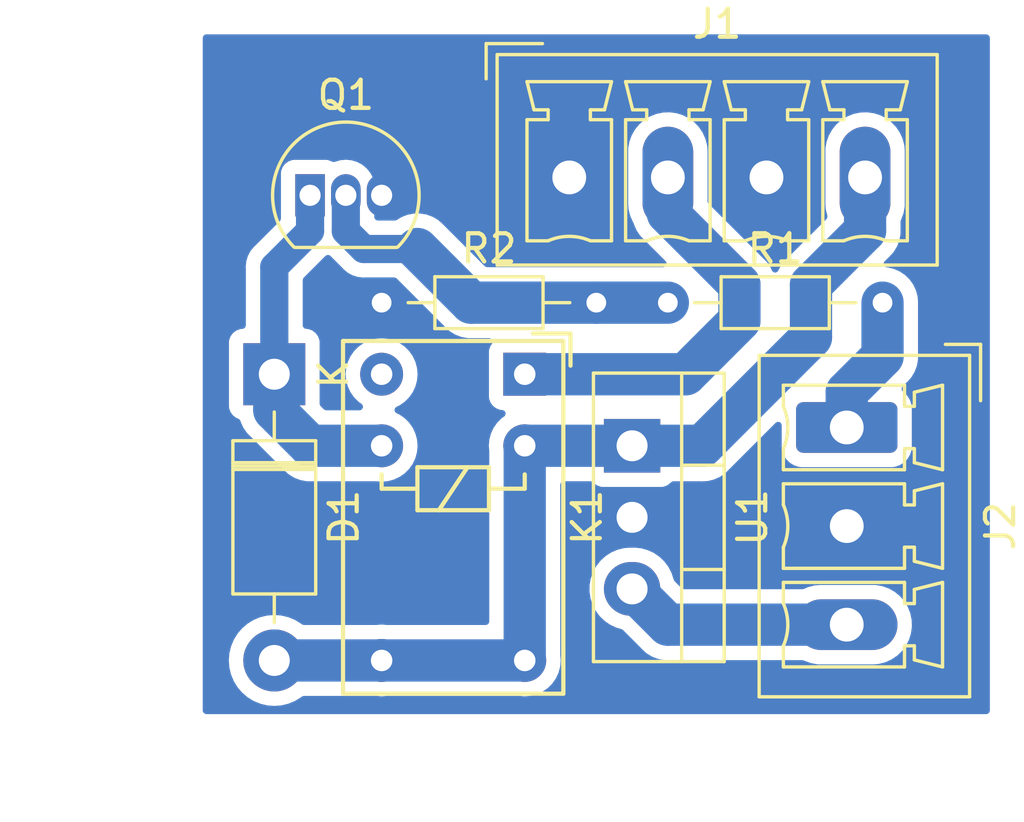
<source format=kicad_pcb>
(kicad_pcb (version 20211014) (generator pcbnew)
  (layers (0 "F.Cu" signal) (31 "B.Cu" signal) (34 "B.Paste" user) (35 "F.Paste" user) (36 "B.SilkS" user "B.Silkscreen") (37 "F.SilkS" user "F.Silkscreen") (38 "B.Mask" user) (39 "F.Mask" user) (44 "Edge.Cuts" user))
  (net 0 "")
  (net 1 "Net-(D1-Pad2)")
  (net 2 "GND")
  (net 3 "Net-(J2-Pad1)")
  (net 4 "Net-(J2-Pad3)")
  (net 6 "Net-(D1-Pad1)")
  (net 7 "Net-(Q1-Pad2)")
  (net 8 "Net-(K1-Pad1)")
  (footprint "Package_TO_SOT_THT:TO-220-3_Vertical" (layer "F.Cu") (at 144.78 68.58 -90)
    (fp_text reference "U1" (at 2.54 -4.27 90) (layer "F.SilkS"))
    (fp_text value "LM7805")
    (fp_line (start 4.391 -3.27) (end 4.391 -1.76) (layer "F.SilkS") (width 0.12))
    (fp_line (start -2.58 -3.27) (end 7.66 -3.27) (layer "F.SilkS") (width 0.12))
    (fp_line (start -2.58 -1.76) (end 7.66 -1.76) (layer "F.SilkS") (width 0.12))
    (fp_line (start 7.66 -3.27) (end 7.66 1.371) (layer "F.SilkS") (width 0.12))
    (fp_line (start -2.58 -3.27) (end -2.58 1.371) (layer "F.SilkS") (width 0.12))
    (fp_line (start -2.58 1.371) (end 7.66 1.371) (layer "F.SilkS") (width 0.12))
    (fp_line (start 0.69 -3.27) (end 0.69 -1.76) (layer "F.SilkS") (width 0.12))
    (pad "1" thru_hole rect locked (at 0 0 270) (size 1.905 2) (drill 1.1) (layers *.Cu *.Mask) (net 1 "Net-(D1-Pad2)"))
    (pad "2" thru_hole oval locked (at 2.54 0 270) (size 1.905 2) (drill 1.1) (layers *.Cu *.Mask) (net 2 "GND"))
    (pad "3" thru_hole oval locked (at 5.08 0 270) (size 1.905 2) (drill 1.1) (layers *.Cu *.Mask) (net 4 "Net-(J2-Pad3)"))
  )
  (footprint "Diode_THT:D_DO-41_SOD81_P10.16mm_Horizontal" (layer "F.Cu") (at 132.08 66.04 -90)
    (fp_text reference "D1" (at 5.08 -2.47 -90) (layer "F.SilkS"))
    (fp_text value "1N4007")
    (fp_text user "K" (at 0 -2.1 -90) (layer "F.SilkS"))
    (fp_line (start 8.82 0) (end 7.8 0) (layer "F.SilkS") (width 0.12))
    (fp_line (start 2.36 -1.47) (end 2.36 1.47) (layer "F.SilkS") (width 0.12))
    (fp_line (start 7.8 -1.47) (end 2.36 -1.47) (layer "F.SilkS") (width 0.12))
    (fp_line (start 3.26 -1.47) (end 3.26 1.47) (layer "F.SilkS") (width 0.12))
    (fp_line (start 2.36 1.47) (end 7.8 1.47) (layer "F.SilkS") (width 0.12))
    (fp_line (start 3.38 -1.47) (end 3.38 1.47) (layer "F.SilkS") (width 0.12))
    (fp_line (start 7.8 1.47) (end 7.8 -1.47) (layer "F.SilkS") (width 0.12))
    (fp_line (start 3.14 -1.47) (end 3.14 1.47) (layer "F.SilkS") (width 0.12))
    (fp_line (start 1.34 0) (end 2.36 0) (layer "F.SilkS") (width 0.12))
    (pad "1" thru_hole rect locked (at 0 0 270) (size 2.2 2.2) (drill 1.1) (layers *.Cu *.Mask) (net 6 "Net-(D1-Pad1)"))
    (pad "2" thru_hole oval locked (at 10.16 0 270) (size 2.2 2.2) (drill 1.1) (layers *.Cu *.Mask) (net 1 "Net-(D1-Pad2)"))
  )
  (footprint "Connector_Phoenix_MC:PhoenixContact_MCV_1,5_3-G-3.5_1x03_P3.50mm_Vertical" (layer "F.Cu") (at 152.4 67.93 -90)
    (fp_text reference "J2" (at 3.5 -5.45 90) (layer "F.SilkS"))
    (fp_text value "Conn_01x03_Male")
    (fp_line (start 1.5 -2.05) (end 1.5 2.25) (layer "F.SilkS") (width 0.12))
    (fp_line (start 8.5 -3.4) (end 8.25 -2.4) (layer "F.SilkS") (width 0.12))
    (fp_line (start 5.5 2.25) (end 5.5 -2.05) (layer "F.SilkS") (width 0.12))
    (fp_line (start 8.5 -2.05) (end 8.5 2.25) (layer "F.SilkS") (width 0.12))
    (fp_line (start 5.5 -2.05) (end 6.25 -2.05) (layer "F.SilkS") (width 0.12))
    (fp_line (start 2.75 2.25) (end 2 2.25) (layer "F.SilkS") (width 0.12))
    (fp_line (start 7.75 -2.05) (end 8.5 -2.05) (layer "F.SilkS") (width 0.12))
    (fp_line (start 5.5 -3.4) (end 8.5 -3.4) (layer "F.SilkS") (width 0.12))
    (fp_line (start 7.75 -2.4) (end 7.75 -2.05) (layer "F.SilkS") (width 0.12))
    (fp_line (start 2.75 -2.05) (end 2.75 -2.4) (layer "F.SilkS") (width 0.12))
    (fp_line (start 9.56 -4.36) (end -2.56 -4.36) (layer "F.SilkS") (width 0.12))
    (fp_line (start 8.5 2.25) (end 7.75 2.25) (layer "F.SilkS") (width 0.12))
    (fp_line (start 5 2.25) (end 4.25 2.25) (layer "F.SilkS") (width 0.12))
    (fp_line (start -0.75 -2.4) (end -1.25 -2.4) (layer "F.SilkS") (width 0.12))
    (fp_line (start 4.25 -2.4) (end 4.25 -2.05) (layer "F.SilkS") (width 0.12))
    (fp_line (start -1.5 2.25) (end -1.5 -2.05) (layer "F.SilkS") (width 0.12))
    (fp_line (start 4.25 -2.05) (end 5 -2.05) (layer "F.SilkS") (width 0.12))
    (fp_line (start 1.5 -3.4) (end 1.25 -2.4) (layer "F.SilkS") (width 0.12))
    (fp_line (start 6.25 2.25) (end 5.5 2.25) (layer "F.SilkS") (width 0.12))
    (fp_line (start 5.75 -2.4) (end 5.5 -3.4) (layer "F.SilkS") (width 0.12))
    (fp_line (start 2.75 -2.4) (end 2.25 -2.4) (layer "F.SilkS") (width 0.12))
    (fp_line (start 5 -2.05) (end 5 2.25) (layer "F.SilkS") (width 0.12))
    (fp_line (start 6.25 -2.05) (end 6.25 -2.4) (layer "F.SilkS") (width 0.12))
    (fp_line (start -2.95 -3.5) (end -2.95 -4.75) (layer "F.SilkS") (width 0.12))
    (fp_line (start 2.25 -2.4) (end 2 -3.4) (layer "F.SilkS") (width 0.12))
    (fp_line (start -0.75 2.25) (end -1.5 2.25) (layer "F.SilkS") (width 0.12))
    (fp_line (start 6.25 -2.4) (end 5.75 -2.4) (layer "F.SilkS") (width 0.12))
    (fp_line (start 9.56 3.11) (end 9.56 -4.36) (layer "F.SilkS") (width 0.12))
    (fp_line (start -0.75 -2.05) (end -0.75 -2.4) (layer "F.SilkS") (width 0.12))
    (fp_line (start -2.95 -4.75) (end -0.95 -4.75) (layer "F.SilkS") (width 0.12))
    (fp_line (start 0.75 -2.05) (end 1.5 -2.05) (layer "F.SilkS") (width 0.12))
    (fp_line (start 5 -3.4) (end 4.75 -2.4) (layer "F.SilkS") (width 0.12))
    (fp_line (start -2.56 -4.36) (end -2.56 3.11) (layer "F.SilkS") (width 0.12))
    (fp_line (start 2 2.25) (end 2 -2.05) (layer "F.SilkS") (width 0.12))
    (fp_line (start 4.75 -2.4) (end 4.25 -2.4) (layer "F.SilkS") (width 0.12))
    (fp_line (start -1.5 -3.4) (end 1.5 -3.4) (layer "F.SilkS") (width 0.12))
    (fp_line (start -1.25 -2.4) (end -1.5 -3.4) (layer "F.SilkS") (width 0.12))
    (fp_line (start -2.56 3.11) (end 9.56 3.11) (layer "F.SilkS") (width 0.12))
    (fp_line (start 1.25 -2.4) (end 0.75 -2.4) (layer "F.SilkS") (width 0.12))
    (fp_line (start 0.75 -2.4) (end 0.75 -2.05) (layer "F.SilkS") (width 0.12))
    (fp_line (start 1.5 2.25) (end 0.75 2.25) (layer "F.SilkS") (width 0.12))
    (fp_line (start 8.25 -2.4) (end 7.75 -2.4) (layer "F.SilkS") (width 0.12))
    (fp_line (start 2 -2.05) (end 2.75 -2.05) (layer "F.SilkS") (width 0.12))
    (fp_line (start 2 -3.4) (end 5 -3.4) (layer "F.SilkS") (width 0.12))
    (fp_line (start -1.5 -2.05) (end -0.75 -2.05) (layer "F.SilkS") (width 0.12))
    (fp_arc (start -0.75 2.25) (mid -0.000193 2.09191) (end 0.749647 2.249844) (layer "F.SilkS") (width 0.12))
    (fp_arc (start 2.75 2.25) (mid 3.499807 2.09191) (end 4.249647 2.249844) (layer "F.SilkS") (width 0.12))
    (fp_arc (start 6.25 2.25) (mid 6.999807 2.09191) (end 7.749647 2.249844) (layer "F.SilkS") (width 0.12))
    (pad "1" thru_hole roundrect locked (at 0 0 270) (size 1.8 3.6) (drill 1.2) (layers *.Cu *.Mask) (roundrect_rratio 0.1388888889) (net 3 "Net-(J2-Pad1)"))
    (pad "2" thru_hole oval locked (at 3.5 0 270) (size 1.8 3.6) (drill 1.2) (layers *.Cu *.Mask) (net 2 "GND"))
    (pad "3" thru_hole oval locked (at 7 0 270) (size 1.8 3.6) (drill 1.2) (layers *.Cu *.Mask) (net 4 "Net-(J2-Pad3)"))
  )
  (footprint "Resistor_THT:R_Axial_DIN0204_L3.6mm_D1.6mm_P7.62mm_Horizontal" (layer "F.Cu") (at 146.05 63.5)
    (fp_text reference "R1" (at 3.81 -1.92) (layer "F.SilkS"))
    (fp_text value "680")
    (fp_line (start 5.73 -0.92) (end 1.89 -0.92) (layer "F.SilkS") (width 0.12))
    (fp_line (start 1.89 0.92) (end 5.73 0.92) (layer "F.SilkS") (width 0.12))
    (fp_line (start 5.73 0.92) (end 5.73 -0.92) (layer "F.SilkS") (width 0.12))
    (fp_line (start 1.89 -0.92) (end 1.89 0.92) (layer "F.SilkS") (width 0.12))
    (fp_line (start 0.94 0) (end 1.89 0) (layer "F.SilkS") (width 0.12))
    (fp_line (start 6.68 0) (end 5.73 0) (layer "F.SilkS") (width 0.12))
    (pad "1" thru_hole circle locked (at 0 0) (size 1.4 1.4) (drill 0.7) (layers *.Cu *.Mask) (net 7 "Net-(Q1-Pad2)"))
    (pad "2" thru_hole oval locked (at 7.62 0) (size 1.4 1.4) (drill 0.7) (layers *.Cu *.Mask) (net 3 "Net-(J2-Pad1)"))
  )
  (footprint "Relay_THT:Relay_SPDT_HsinDa_Y14" (layer "F.Cu") (at 140.97 66.04 -90)
    (fp_text reference "K1" (at 5.08 -2.2098 90) (layer "F.SilkS"))
    (fp_text value "ST-12-K")
    (fp_line (start 3.302 2.032) (end 4.826 3.048) (layer "F.SilkS") (width 0.15))
    (fp_line (start 11.34 6.45) (end 11.34 -1.37) (layer "F.SilkS") (width 0.15))
    (fp_line (start 4.064 5.08) (end 3.556 5.08) (layer "F.SilkS") (width 0.15))
    (fp_line (start -0.3048 -1.6256) (end -1.4478 -1.6256) (layer "F.SilkS") (width 0.15))
    (fp_line (start -1.18 6.45) (end 11.34 6.45) (layer "F.SilkS") (width 0.15))
    (fp_line (start 3.556 0) (end 4.064 0) (layer "F.SilkS") (width 0.15))
    (fp_line (start 4.826 3.81) (end 3.302 3.81) (layer "F.SilkS") (width 0.15))
    (fp_line (start 3.302 1.27) (end 4.826 1.27) (layer "F.SilkS") (width 0.15))
    (fp_line (start 4.064 3.81) (end 4.064 5.08) (layer "F.SilkS") (width 0.15))
    (fp_line (start 4.064 0) (end 4.064 1.27) (layer "F.SilkS") (width 0.15))
    (fp_line (start -1.18 -1.37) (end -1.18 6.45) (layer "F.SilkS") (width 0.15))
    (fp_line (start 3.302 3.81) (end 3.302 1.27) (layer "F.SilkS") (width 0.15))
    (fp_line (start 11.34 -1.37) (end -1.18 -1.37) (layer "F.SilkS") (width 0.15))
    (fp_line (start -1.4478 -1.6256) (end -1.4478 -0.2921) (layer "F.SilkS") (width 0.15))
    (fp_line (start 4.826 1.27) (end 4.826 3.81) (layer "F.SilkS") (width 0.15))
    (pad "1" thru_hole rect locked (at 0 0 270) (size 1.524 1.524) (drill 0.762) (layers *.Cu *.Mask) (net 8 "Net-(K1-Pad1)"))
    (pad "2" thru_hole circle locked (at 0 5.08 270) (size 1.524 1.524) (drill 0.762) (layers *.Cu *.Mask))
    (pad "3" thru_hole circle locked (at 2.54 0 270) (size 1.524 1.524) (drill 0.762) (layers *.Cu *.Mask) (net 1 "Net-(D1-Pad2)"))
    (pad "4" thru_hole circle locked (at 2.54 5.08 270) (size 1.524 1.524) (drill 0.762) (layers *.Cu *.Mask) (net 6 "Net-(D1-Pad1)"))
    (pad "5" thru_hole circle locked (at 10.16 0 270) (size 1.524 1.524) (drill 0.762) (layers *.Cu *.Mask) (net 1 "Net-(D1-Pad2)"))
    (pad "6" thru_hole circle locked (at 10.16 5.08 270) (size 1.524 1.524) (drill 0.762) (layers *.Cu *.Mask) (net 1 "Net-(D1-Pad2)"))
  )
  (footprint "Connector_Phoenix_MC:PhoenixContact_MCV_1,5_4-G-3.5_1x04_P3.50mm_Vertical" (layer "F.Cu") (at 142.55 59.055)
    (fp_text reference "J1" (at 5.25 -5.45) (layer "F.SilkS"))
    (fp_text value "Conn_01x04_Male")
    (fp_line (start 12 -3.4) (end 11.75 -2.4) (layer "F.SilkS") (width 0.12))
    (fp_line (start 2 -2.05) (end 2.75 -2.05) (layer "F.SilkS") (width 0.12))
    (fp_line (start 8.5 2.25) (end 7.75 2.25) (layer "F.SilkS") (width 0.12))
    (fp_line (start 4.75 -2.4) (end 4.25 -2.4) (layer "F.SilkS") (width 0.12))
    (fp_line (start -1.25 -2.4) (end -1.5 -3.4) (layer "F.SilkS") (width 0.12))
    (fp_line (start -1.5 -2.05) (end -0.75 -2.05) (layer "F.SilkS") (width 0.12))
    (fp_line (start 1.5 2.25) (end 0.75 2.25) (layer "F.SilkS") (width 0.12))
    (fp_line (start 5.75 -2.4) (end 5.5 -3.4) (layer "F.SilkS") (width 0.12))
    (fp_line (start -2.56 -4.36) (end -2.56 3.11) (layer "F.SilkS") (width 0.12))
    (fp_line (start 12 2.25) (end 11.25 2.25) (layer "F.SilkS") (width 0.12))
    (fp_line (start 9 2.25) (end 9 -2.05) (layer "F.SilkS") (width 0.12))
    (fp_line (start 13.06 3.11) (end 13.06 -4.36) (layer "F.SilkS") (width 0.12))
    (fp_line (start -1.5 -3.4) (end 1.5 -3.4) (layer "F.SilkS") (width 0.12))
    (fp_line (start 6.25 -2.4) (end 5.75 -2.4) (layer "F.SilkS") (width 0.12))
    (fp_line (start 8.5 -2.05) (end 8.5 2.25) (layer "F.SilkS") (width 0.12))
    (fp_line (start 12 -2.05) (end 12 2.25) (layer "F.SilkS") (width 0.12))
    (fp_line (start 5.5 2.25) (end 5.5 -2.05) (layer "F.SilkS") (width 0.12))
    (fp_line (start 2.75 2.25) (end 2 2.25) (layer "F.SilkS") (width 0.12))
    (fp_line (start 6.25 -2.05) (end 6.25 -2.4) (layer "F.SilkS") (width 0.12))
    (fp_line (start 2.75 -2.4) (end 2.25 -2.4) (layer "F.SilkS") (width 0.12))
    (fp_line (start 11.25 -2.4) (end 11.25 -2.05) (layer "F.SilkS") (width 0.12))
    (fp_line (start -2.95 -3.5) (end -2.95 -4.75) (layer "F.SilkS") (width 0.12))
    (fp_line (start -1.5 2.25) (end -1.5 -2.05) (layer "F.SilkS") (width 0.12))
    (fp_line (start 9.75 2.25) (end 9 2.25) (layer "F.SilkS") (width 0.12))
    (fp_line (start 2 2.25) (end 2 -2.05) (layer "F.SilkS") (width 0.12))
    (fp_line (start 0.75 -2.05) (end 1.5 -2.05) (layer "F.SilkS") (width 0.12))
    (fp_line (start 4.25 -2.05) (end 5 -2.05) (layer "F.SilkS") (width 0.12))
    (fp_line (start 6.25 2.25) (end 5.5 2.25) (layer "F.SilkS") (width 0.12))
    (fp_line (start 5 2.25) (end 4.25 2.25) (layer "F.SilkS") (width 0.12))
    (fp_line (start 8.5 -3.4) (end 8.25 -2.4) (layer "F.SilkS") (width 0.12))
    (fp_line (start 13.06 -4.36) (end -2.56 -4.36) (layer "F.SilkS") (width 0.12))
    (fp_line (start 5 -3.4) (end 4.75 -2.4) (layer "F.SilkS") (width 0.12))
    (fp_line (start 8.25 -2.4) (end 7.75 -2.4) (layer "F.SilkS") (width 0.12))
    (fp_line (start 11.75 -2.4) (end 11.25 -2.4) (layer "F.SilkS") (width 0.12))
    (fp_line (start 4.25 -2.4) (end 4.25 -2.05) (layer "F.SilkS") (width 0.12))
    (fp_line (start 5.5 -2.05) (end 6.25 -2.05) (layer "F.SilkS") (width 0.12))
    (fp_line (start 1.5 -3.4) (end 1.25 -2.4) (layer "F.SilkS") (width 0.12))
    (fp_line (start 2.75 -2.05) (end 2.75 -2.4) (layer "F.SilkS") (width 0.12))
    (fp_line (start 0.75 -2.4) (end 0.75 -2.05) (layer "F.SilkS") (width 0.12))
    (fp_line (start 9 -3.4) (end 12 -3.4) (layer "F.SilkS") (width 0.12))
    (fp_line (start 5 -2.05) (end 5 2.25) (layer "F.SilkS") (width 0.12))
    (fp_line (start 1.25 -2.4) (end 0.75 -2.4) (layer "F.SilkS") (width 0.12))
    (fp_line (start -0.75 -2.4) (end -1.25 -2.4) (layer "F.SilkS") (width 0.12))
    (fp_line (start 2 -3.4) (end 5 -3.4) (layer "F.SilkS") (width 0.12))
    (fp_line (start -2.95 -4.75) (end -0.95 -4.75) (layer "F.SilkS") (width 0.12))
    (fp_line (start 9.25 -2.4) (end 9 -3.4) (layer "F.SilkS") (width 0.12))
    (fp_line (start 7.75 -2.05) (end 8.5 -2.05) (layer "F.SilkS") (width 0.12))
    (fp_line (start 9.75 -2.4) (end 9.25 -2.4) (layer "F.SilkS") (width 0.12))
    (fp_line (start 2.25 -2.4) (end 2 -3.4) (layer "F.SilkS") (width 0.12))
    (fp_line (start -0.75 -2.05) (end -0.75 -2.4) (layer "F.SilkS") (width 0.12))
    (fp_line (start -0.75 2.25) (end -1.5 2.25) (layer "F.SilkS") (width 0.12))
    (fp_line (start 9.75 -2.05) (end 9.75 -2.4) (layer "F.SilkS") (width 0.12))
    (fp_line (start 1.5 -2.05) (end 1.5 2.25) (layer "F.SilkS") (width 0.12))
    (fp_line (start 7.75 -2.4) (end 7.75 -2.05) (layer "F.SilkS") (width 0.12))
    (fp_line (start 11.25 -2.05) (end 12 -2.05) (layer "F.SilkS") (width 0.12))
    (fp_line (start -2.56 3.11) (end 13.06 3.11) (layer "F.SilkS") (width 0.12))
    (fp_line (start 9 -2.05) (end 9.75 -2.05) (layer "F.SilkS") (width 0.12))
    (fp_line (start 5.5 -3.4) (end 8.5 -3.4) (layer "F.SilkS") (width 0.12))
    (fp_arc (start 9.75 2.25) (mid 10.499807 2.09191) (end 11.249647 2.249844) (layer "F.SilkS") (width 0.12))
    (fp_arc (start 6.25 2.25) (mid 6.999807 2.09191) (end 7.749647 2.249844) (layer "F.SilkS") (width 0.12))
    (fp_arc (start -0.75 2.25) (mid -0.000193 2.09191) (end 0.749647 2.249844) (layer "F.SilkS") (width 0.12))
    (fp_arc (start 2.75 2.25) (mid 3.499807 2.09191) (end 4.249647 2.249844) (layer "F.SilkS") (width 0.12))
    (pad "1" thru_hole roundrect locked (at 0 0) (size 1.8 3.6) (drill 1.2) (layers *.Cu *.Mask) (roundrect_rratio 0.1388888889) (net 2 "GND"))
    (pad "2" thru_hole oval locked (at 3.5 0) (size 1.8 3.6) (drill 1.2) (layers *.Cu *.Mask) (net 8 "Net-(K1-Pad1)"))
    (pad "3" thru_hole oval locked (at 7 0) (size 1.8 3.6) (drill 1.2) (layers *.Cu *.Mask) (net 2 "GND"))
    (pad "4" thru_hole oval locked (at 10.5 0) (size 1.8 3.6) (drill 1.2) (layers *.Cu *.Mask) (net 1 "Net-(D1-Pad2)"))
  )
  (footprint "Package_TO_SOT_THT:TO-92_Inline" (layer "F.Cu") (at 133.35 59.69)
    (fp_text reference "Q1" (at 1.27 -3.56) (layer "F.SilkS"))
    (fp_text value "BS170")
    (fp_line (start -0.53 1.85) (end 3.07 1.85) (layer "F.SilkS") (width 0.12))
    (fp_arc (start -0.568478 1.838478) (mid -1.132087 -0.994977) (end 1.27 -2.6) (layer "F.SilkS") (width 0.12))
    (fp_arc (start 1.27 -2.6) (mid 3.672087 -0.994977) (end 3.108478 1.838478) (layer "F.SilkS") (width 0.12))
    (pad "1" thru_hole rect locked (at 0 0) (size 1.05 1.5) (drill 0.75) (layers *.Cu *.Mask) (net 6 "Net-(D1-Pad1)"))
    (pad "2" thru_hole oval locked (at 1.27 0) (size 1.05 1.5) (drill 0.75) (layers *.Cu *.Mask) (net 7 "Net-(Q1-Pad2)"))
    (pad "3" thru_hole oval locked (at 2.54 0) (size 1.05 1.5) (drill 0.75) (layers *.Cu *.Mask) (net 2 "GND"))
  )
  (footprint "Resistor_THT:R_Axial_DIN0204_L3.6mm_D1.6mm_P7.62mm_Horizontal" (layer "F.Cu") (at 135.89 63.5)
    (fp_text reference "R2" (at 3.81 -1.92) (layer "F.SilkS"))
    (fp_text value "2.2k")
    (fp_line (start 6.68 0) (end 5.73 0) (layer "F.SilkS") (width 0.12))
    (fp_line (start 0.94 0) (end 1.89 0) (layer "F.SilkS") (width 0.12))
    (fp_line (start 5.73 0.92) (end 5.73 -0.92) (layer "F.SilkS") (width 0.12))
    (fp_line (start 1.89 -0.92) (end 1.89 0.92) (layer "F.SilkS") (width 0.12))
    (fp_line (start 1.89 0.92) (end 5.73 0.92) (layer "F.SilkS") (width 0.12))
    (fp_line (start 5.73 -0.92) (end 1.89 -0.92) (layer "F.SilkS") (width 0.12))
    (pad "1" thru_hole circle locked (at 0 0) (size 1.4 1.4) (drill 0.7) (layers *.Cu *.Mask) (net 2 "GND"))
    (pad "2" thru_hole oval locked (at 7.62 0) (size 1.4 1.4) (drill 0.7) (layers *.Cu *.Mask) (net 7 "Net-(Q1-Pad2)"))
  )
  (segment (start 135.89 76.2) (end 132.08 76.2) (width 1.5) (layer "B.Cu") (net 1))
  (segment (start 147.28 68.58) (end 151.13 64.73) (width 1.5) (layer "B.Cu") (net 1))
  (segment (start 153.05 60.945) (end 153.05 59.055) (width 1.5) (layer "B.Cu") (net 1))
  (segment (start 140.97 68.58) (end 140.97 76.2) (width 1.5) (layer "B.Cu") (net 1))
  (segment (start 140.97 68.58) (end 144.78 68.58) (width 1.5) (layer "B.Cu") (net 1))
  (segment (start 151.13 64.73) (end 151.13 62.865) (width 1.5) (layer "B.Cu") (net 1))
  (segment (start 151.13 62.865) (end 153.05 60.945) (width 1.5) (layer "B.Cu") (net 1))
  (segment (start 144.78 68.58) (end 147.28 68.58) (width 1.5) (layer "B.Cu") (net 1))
  (segment (start 140.97 76.2) (end 135.89 76.2) (width 1.5) (layer "B.Cu") (net 1))
  (segment (start 153.67 63.5) (end 153.67 65.405) (width 1.5) (layer "B.Cu") (net 3))
  (segment (start 152.4 66.675) (end 152.4 67.93) (width 1.5) (layer "B.Cu") (net 3))
  (segment (start 153.67 65.405) (end 152.4 66.675) (width 1.5) (layer "B.Cu") (net 3))
  (segment (start 146.05 74.93) (end 144.78 73.66) (width 1.5) (layer "B.Cu") (net 4))
  (segment (start 152.4 74.93) (end 146.05 74.93) (width 1.5) (layer "B.Cu") (net 4))
  (segment (start 133.35 59.69) (end 133.35 60.96) (width 1) (layer "B.Cu") (net 6))
  (segment (start 132.08 67.31) (end 132.08 66.04) (width 1.5) (layer "B.Cu") (net 6))
  (segment (start 132.08 62.23) (end 132.08 66.04) (width 1) (layer "B.Cu") (net 6))
  (segment (start 133.35 68.58) (end 132.08 67.31) (width 1.5) (layer "B.Cu") (net 6))
  (segment (start 133.35 60.96) (end 132.08 62.23) (width 1) (layer "B.Cu") (net 6))
  (segment (start 135.89 68.58) (end 133.35 68.58) (width 1.5) (layer "B.Cu") (net 6))
  (segment (start 139.065 63.5) (end 137.16 61.595) (width 1.5) (layer "B.Cu") (net 7))
  (segment (start 134.62 60.96) (end 135.255 61.595) (width 1) (layer "B.Cu") (net 7))
  (segment (start 146.05 63.5) (end 143.51 63.5) (width 1.5) (layer "B.Cu") (net 7))
  (segment (start 134.62 59.69) (end 134.62 60.96) (width 1) (layer "B.Cu") (net 7))
  (segment (start 135.255 61.595) (end 137.16 61.595) (width 1) (layer "B.Cu") (net 7))
  (segment (start 143.51 63.5) (end 139.065 63.5) (width 1.5) (layer "B.Cu") (net 7))
  (segment (start 146.685 66.04) (end 148.59 64.135) (width 1.5) (layer "B.Cu") (net 8))
  (segment (start 146.05 60.325) (end 146.05 59.055) (width 1.5) (layer "B.Cu") (net 8))
  (segment (start 148.59 62.865) (end 146.05 60.325) (width 1.5) (layer "B.Cu") (net 8))
  (segment (start 140.97 66.04) (end 146.685 66.04) (width 1.5) (layer "B.Cu") (net 8))
  (segment (start 148.59 64.135) (end 148.59 62.865) (width 1.5) (layer "B.Cu") (net 8))
  (zone (net 2) (net_name "GND") (layer "B.Cu") (name "GND") (connect_pads yes (clearance 0.508)) (min_thickness 0.254) (fill yes (thermal_gap 0.4) (thermal_bridge_width 1))
    (polygon (pts (xy 157.48 78.105) (xy 129.54 78.105) (xy 129.54 53.975) (xy 157.48 53.975)))
  )
)
</source>
